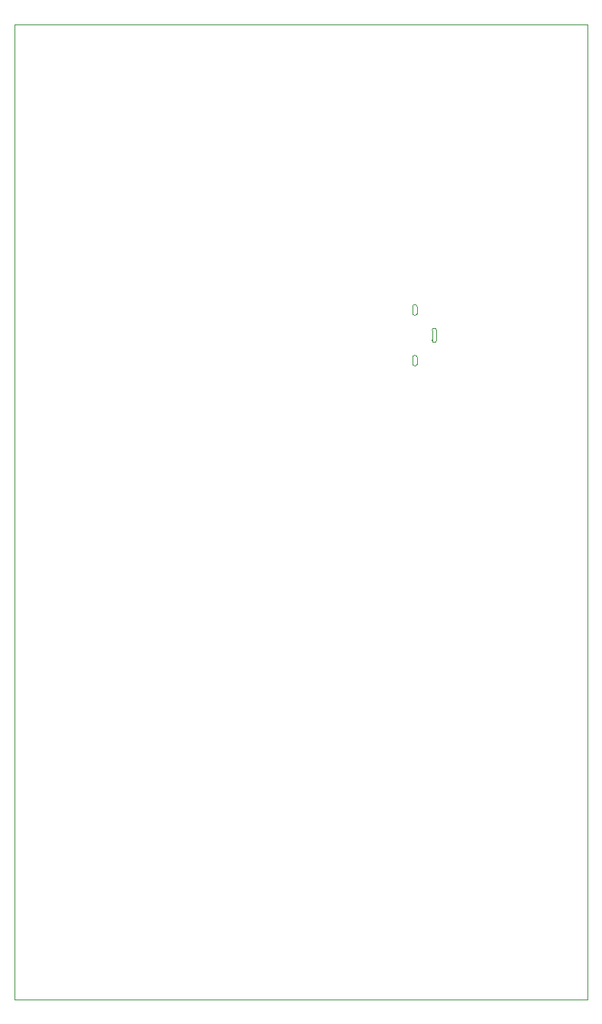
<source format=gbr>
%TF.GenerationSoftware,KiCad,Pcbnew,(5.1.8)-1*%
%TF.CreationDate,2021-07-31T20:08:40-05:00*%
%TF.ProjectId,DSKY_led_display,44534b59-5f6c-4656-945f-646973706c61,rev?*%
%TF.SameCoordinates,Original*%
%TF.FileFunction,Profile,NP*%
%FSLAX46Y46*%
G04 Gerber Fmt 4.6, Leading zero omitted, Abs format (unit mm)*
G04 Created by KiCad (PCBNEW (5.1.8)-1) date 2021-07-31 20:08:40*
%MOMM*%
%LPD*%
G01*
G04 APERTURE LIST*
%TA.AperFunction,Profile*%
%ADD10C,0.050000*%
%TD*%
%TA.AperFunction,Profile*%
%ADD11C,0.005000*%
%TD*%
G04 APERTURE END LIST*
D10*
X33883600Y-140919200D02*
X33883600Y-32969200D01*
X97383600Y-140919200D02*
X33883600Y-140919200D01*
X97383600Y-32969200D02*
X97383600Y-140919200D01*
X33883600Y-32969200D02*
X97383600Y-32969200D01*
D11*
%TO.C,J1*%
X78000000Y-69850000D02*
X78000000Y-70550000D01*
X78500000Y-70550000D02*
X78500000Y-69850000D01*
X78000000Y-64250000D02*
X78000000Y-64950000D01*
X78500000Y-64950000D02*
X78500000Y-64250000D01*
X80150000Y-66850000D02*
X80150000Y-67950000D01*
X80650000Y-67950000D02*
X80650000Y-66850000D01*
X80650000Y-66850000D02*
G75*
G03*
X80400000Y-66600000I-250000J0D01*
G01*
X80400000Y-68200000D02*
G75*
G03*
X80650000Y-67950000I0J250000D01*
G01*
X80150000Y-67950000D02*
G75*
G03*
X80400000Y-68200000I250000J0D01*
G01*
X80400000Y-66600000D02*
G75*
G03*
X80150000Y-66850000I0J-250000D01*
G01*
X78250000Y-64000000D02*
G75*
G03*
X78000000Y-64250000I0J-250000D01*
G01*
X78500000Y-64250000D02*
G75*
G03*
X78250000Y-64000000I-250000J0D01*
G01*
X78250000Y-65200000D02*
G75*
G03*
X78500000Y-64950000I0J250000D01*
G01*
X78000000Y-64950000D02*
G75*
G03*
X78250000Y-65200000I250000J0D01*
G01*
X78250000Y-69600000D02*
G75*
G03*
X78000000Y-69850000I0J-250000D01*
G01*
X78500000Y-69850000D02*
G75*
G03*
X78250000Y-69600000I-250000J0D01*
G01*
X78250000Y-70800000D02*
G75*
G03*
X78500000Y-70550000I0J250000D01*
G01*
X78000000Y-70550000D02*
G75*
G03*
X78250000Y-70800000I250000J0D01*
G01*
%TD*%
M02*

</source>
